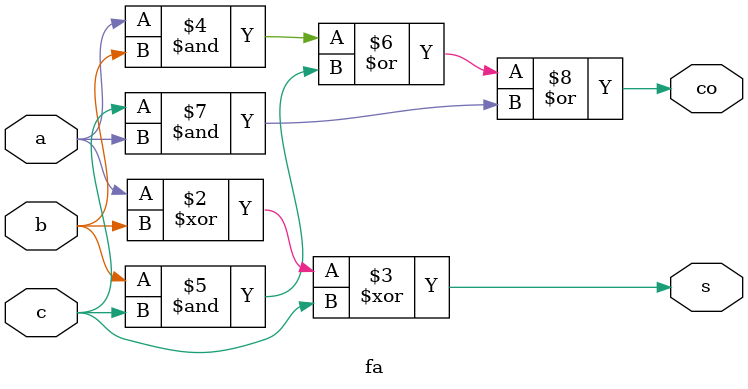
<source format=sv>
module fa(a, b, c, s, co);
input logic a, b, c;
output logic s, co;
always_comb
	begin
	s = a ^ b ^ c;
	co = (a & b)|(b & c)|(c & a);
	end
endmodule
</source>
